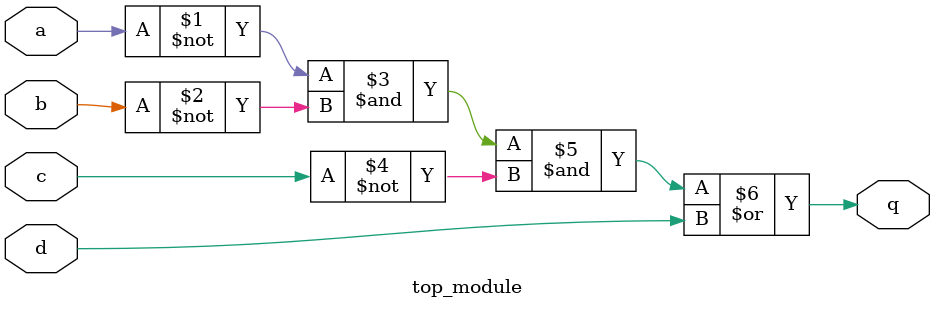
<source format=sv>
module top_module (
	input a, 
	input b, 
	input c, 
	input d,
	output q
);
	
	assign q = (~a & ~b & ~c) | d;

endmodule

</source>
